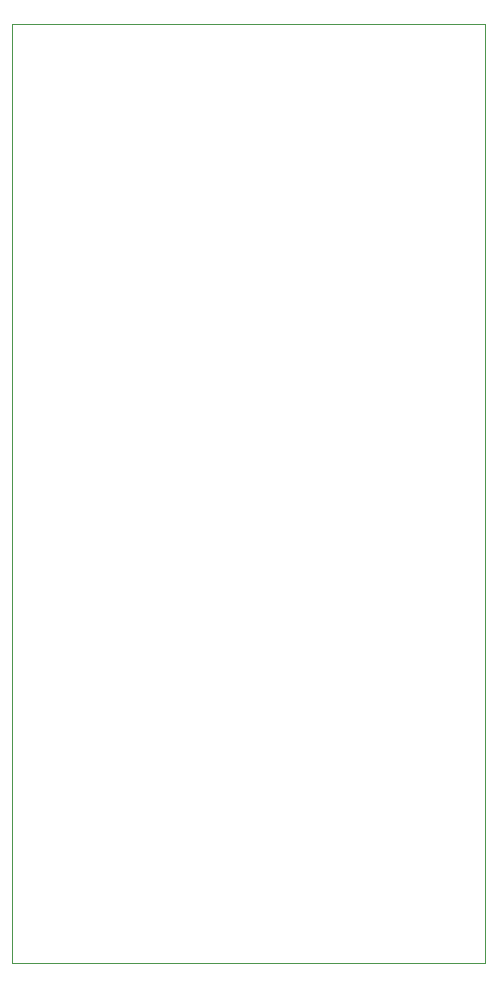
<source format=gbr>
%TF.GenerationSoftware,KiCad,Pcbnew,7.0.7*%
%TF.CreationDate,2023-11-13T21:03:18+01:00*%
%TF.ProjectId,OS-servoDriver,4f532d73-6572-4766-9f44-72697665722e,rev?*%
%TF.SameCoordinates,Original*%
%TF.FileFunction,Profile,NP*%
%FSLAX46Y46*%
G04 Gerber Fmt 4.6, Leading zero omitted, Abs format (unit mm)*
G04 Created by KiCad (PCBNEW 7.0.7) date 2023-11-13 21:03:18*
%MOMM*%
%LPD*%
G01*
G04 APERTURE LIST*
%TA.AperFunction,Profile*%
%ADD10C,0.100000*%
%TD*%
G04 APERTURE END LIST*
D10*
X102500000Y-93000000D02*
X142500000Y-93000000D01*
X142500000Y-172500000D01*
X102500000Y-172500000D01*
X102500000Y-93000000D01*
M02*

</source>
